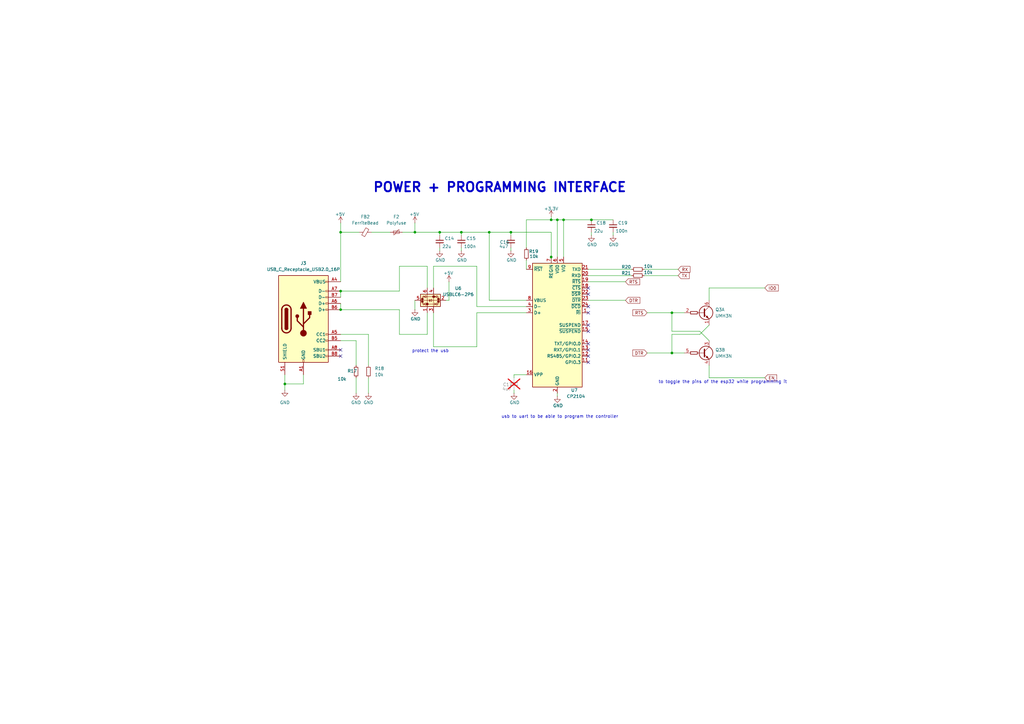
<source format=kicad_sch>
(kicad_sch (version 20231120) (generator "eeschema") (generator_version "8.0")
  (paper "A3")
  (lib_symbols
    (symbol "Connector:USB_C_Receptacle_USB2.0_16P" (pin_names (offset 1.016))
      (property "Reference" "J1" (at 0 22.86 0))
      (property "Value" "USB_C_Receptacle_USB2.0_16P" (at 0 20.32 0))
      (symbol "USB_C_Receptacle_USB2.0_16P_0_0"
        (rectangle (start -0.254 -17.78) (end 0.254 -16.764))
        (rectangle (start 10.16 -14.986) (end 9.144 -15.494))
        (rectangle (start 10.16 -12.446) (end 9.144 -12.954))
        (rectangle (start 10.16 -8.636) (end 9.144 -9.144))
        (rectangle (start 10.16 -6.096) (end 9.144 -6.604))
        (rectangle (start 10.16 4.064) (end 9.144 3.556))
        (rectangle (start 10.16 6.604) (end 9.144 6.096))
        (rectangle (start 10.16 9.144) (end 9.144 8.636))
        (rectangle (start 10.16 11.684) (end 9.144 11.176))
        (rectangle (start 10.16 15.494) (end 9.144 14.986))
      )
      (symbol "USB_C_Receptacle_USB2.0_16P_0_1"
        (rectangle (start -10.16 17.78) (end 10.16 -17.78) (stroke (width 0.254)) (fill (type background)))
        (arc (start -8.89 -3.81) (mid -6.985 -5.7067) (end -5.08 -3.81) (stroke (width 0.508)))
        (arc (start -7.62 -3.81) (mid -6.985 -4.4423) (end -6.35 -3.81) (stroke (width 0.254)))
        (arc (start -7.62 -3.81) (mid -6.985 -4.4423) (end -6.35 -3.81) (stroke (width 0.254)) (fill (type outline)))
        (rectangle (start -7.62 -3.81) (end -6.35 3.81) (stroke (width 0.254)) (fill (type outline)))
        (arc (start -6.35 3.81) (mid -6.985 4.4423) (end -7.62 3.81) (stroke (width 0.254)))
        (arc (start -6.35 3.81) (mid -6.985 4.4423) (end -7.62 3.81) (stroke (width 0.254)) (fill (type outline)))
        (arc (start -5.08 3.81) (mid -6.985 5.7067) (end -8.89 3.81) (stroke (width 0.508)))
        (circle (center -2.54 1.143) (radius 0.635) (stroke (width 0.254)) (fill (type outline)))
        (circle (center 0 -5.842) (radius 1.27) (fill (type outline)))
        (polyline (pts (xy -8.89 -3.81) (xy -8.89 3.81)) (stroke (width 0.508)))
        (polyline (pts (xy -5.08 3.81) (xy -5.08 -3.81)) (stroke (width 0.508)))
        (polyline (pts (xy 0 -5.842) (xy 0 4.318)) (stroke (width 0.508)))
        (polyline (pts (xy 0 -3.302) (xy -2.54 -0.762) (xy -2.54 0.508)) (stroke (width 0.508)))
        (polyline (pts (xy 0 -2.032) (xy 2.54 0.508) (xy 2.54 1.778)) (stroke (width 0.508)))
        (polyline (pts (xy -1.27 4.318) (xy 0 6.858) (xy 1.27 4.318) (xy -1.27 4.318)) (stroke (width 0.254)) (fill (type outline)))
        (rectangle (start 1.905 1.778) (end 3.175 3.048) (stroke (width 0.254)) (fill (type outline)))
      )
      (symbol "USB_C_Receptacle_USB2.0_16P_1_1"
        (pin passive line (at 0 -22.86 90) (length 5.08) (name "GND") (number "A1"))
        (pin passive line (at 0 -22.86 90) (length 5.08) hide (name "GND") (number "A12"))
        (pin passive line (at 15.24 15.24 180) (length 5.08) (name "VBUS") (number "A4"))
        (pin bidirectional line (at 15.24 -6.35 180) (length 5.08) (name "CC1") (number "A5"))
        (pin bidirectional line (at 15.24 6.35 180) (length 5.08) (name "D+") (number "A6"))
        (pin bidirectional line (at 15.24 11.43 180) (length 5.08) (name "D-") (number "A7"))
        (pin bidirectional line (at 15.24 -12.7 180) (length 5.08) (name "SBU1") (number "A8"))
        (pin passive line (at 15.24 15.24 180) (length 5.08) hide (name "VBUS") (number "A9"))
        (pin passive line (at 0 -22.86 90) (length 5.08) hide (name "GND") (number "B1"))
        (pin passive line (at 0 -22.86 90) (length 5.08) hide (name "GND") (number "B12"))
        (pin passive line (at 15.24 15.24 180) (length 5.08) hide (name "VBUS") (number "B4"))
        (pin bidirectional line (at 15.24 -8.89 180) (length 5.08) (name "CC2") (number "B5"))
        (pin bidirectional line (at 15.24 3.81 180) (length 5.08) (name "D+") (number "B6"))
        (pin bidirectional line (at 15.24 8.89 180) (length 5.08) (name "D-") (number "B7"))
        (pin bidirectional line (at 15.24 -15.24 180) (length 5.08) (name "SBU2") (number "B8"))
        (pin passive line (at 15.24 15.24 180) (length 5.08) hide (name "VBUS") (number "B9"))
        (pin passive line (at -7.62 -22.86 90) (length 5.08) (name "SHIELD") (number "S1"))
      )
    )
    (symbol "Device:C_Small" (pin_numbers hide) (pin_names (offset 0.254) hide)
      (property "Reference" "C" (at 0.254 1.778 0))
      (property "Value" "C_Small" (at 0.254 -2.032 0))
      (symbol "C_Small_0_1"
        (polyline (pts (xy -1.524 -0.508) (xy 1.524 -0.508)) (stroke (width 0.3302)))
        (polyline (pts (xy -1.524 0.508) (xy 1.524 0.508)) (stroke (width 0.3048)))
      )
      (symbol "C_Small_1_1"
        (pin passive line (at 0 2.54 270) (length 2.032) (name "~") (number "1"))
        (pin passive line (at 0 -2.54 90) (length 2.032) (name "~") (number "2"))
      )
    )
    (symbol "Device:FerriteBead_Small" (pin_numbers hide) (pin_names (offset 0))
      (property "Reference" "FB" (at 1.905 1.27 0))
      (property "Value" "FerriteBead_Small" (at 1.905 -1.27 0))
      (symbol "FerriteBead_Small_0_1"
        (polyline (pts (xy 0 -1.27) (xy 0 -0.7874)))
        (polyline (pts (xy 0 0.889) (xy 0 1.2954)))
        (polyline (pts (xy -1.8288 0.2794) (xy -1.1176 1.4986) (xy 1.8288 -0.2032) (xy 1.1176 -1.4224) (xy -1.8288 0.2794)))
      )
      (symbol "FerriteBead_Small_1_1"
        (pin passive line (at 0 2.54 270) (length 1.27) (name "~") (number "1"))
        (pin passive line (at 0 -2.54 90) (length 1.27) (name "~") (number "2"))
      )
    )
    (symbol "Device:Polyfuse_Small" (pin_numbers hide) (pin_names (offset 0))
      (property "Reference" "F" (at -1.905 0 90))
      (property "Value" "Polyfuse_Small" (at 1.905 0 90))
      (symbol "Polyfuse_Small_0_1"
        (rectangle (start -0.508 1.27) (end 0.508 -1.27))
        (polyline (pts (xy 0 2.54) (xy 0 -2.54)))
        (polyline (pts (xy -1.016 1.27) (xy -1.016 0.762) (xy 1.016 -0.762) (xy 1.016 -1.27)))
      )
      (symbol "Polyfuse_Small_1_1"
        (pin passive line (at 0 2.54 270) (length 0.635) (name "~") (number "1"))
        (pin passive line (at 0 -2.54 90) (length 0.635) (name "~") (number "2"))
      )
    )
    (symbol "Device:R_Small" (pin_numbers hide) (pin_names (offset 0.254) hide)
      (property "Reference" "R" (at 0.762 0.508 0))
      (property "Value" "R_Small" (at 0.762 -1.016 0))
      (symbol "R_Small_0_1"
        (rectangle (start -0.762 1.778) (end 0.762 -1.778) (stroke (width 0.2032)))
      )
      (symbol "R_Small_1_1"
        (pin passive line (at 0 2.54 270) (length 0.762) (name "~") (number "1"))
        (pin passive line (at 0 -2.54 90) (length 0.762) (name "~") (number "2"))
      )
    )
    (symbol "Interface_USB:CP2104"
      (property "Reference" "U" (at -5.08 28.575 0))
      (property "Value" "CP2104" (at -5.08 26.67 0))
      (symbol "CP2104_1_1"
        (rectangle (start -10.16 25.4) (end 10.16 -25.4) (stroke (width 0.254)) (fill (type background)))
        (pin input line (at 12.7 5.08 180) (length 2.54) (name "~{RI}") (number "1"))
        (pin no_connect line (at 10.16 -20.32 180) (length 2.54) hide (name "NC") (number "10"))
        (pin bidirectional line (at 12.7 -15.24 180) (length 2.54) (name "GPIO.3") (number "11"))
        (pin bidirectional line (at 12.7 -12.7 180) (length 2.54) (name "RS485/GPIO.2") (number "12"))
        (pin bidirectional line (at 12.7 -10.16 180) (length 2.54) (name "RXT/GPIO.1") (number "13"))
        (pin bidirectional line (at 12.7 -7.62 180) (length 2.54) (name "TXT/GPIO.0") (number "14"))
        (pin output line (at 12.7 -2.54 180) (length 2.54) (name "~{SUSPEND}") (number "15"))
        (pin passive line (at -12.7 -20.32 0) (length 2.54) (name "VPP") (number "16"))
        (pin output line (at 12.7 0 180) (length 2.54) (name "SUSPEND") (number "17"))
        (pin input line (at 12.7 15.24 180) (length 2.54) (name "~{CTS}") (number "18"))
        (pin output line (at 12.7 17.78 180) (length 2.54) (name "~{RTS}") (number "19"))
        (pin power_in line (at 0 -27.94 90) (length 2.54) (name "GND") (number "2"))
        (pin input line (at 12.7 20.32 180) (length 2.54) (name "RXD") (number "20"))
        (pin output line (at 12.7 22.86 180) (length 2.54) (name "TXD") (number "21"))
        (pin input line (at 12.7 12.7 180) (length 2.54) (name "~{DSR}") (number "22"))
        (pin output line (at 12.7 10.16 180) (length 2.54) (name "~{DTR}") (number "23"))
        (pin input line (at 12.7 7.62 180) (length 2.54) (name "~{DCD}") (number "24"))
        (pin passive line (at 0 -27.94 90) (length 2.54) hide (name "GND") (number "25"))
        (pin bidirectional line (at -12.7 5.08 0) (length 2.54) (name "D+") (number "3"))
        (pin bidirectional line (at -12.7 7.62 0) (length 2.54) (name "D-") (number "4"))
        (pin power_in line (at 2.54 27.94 270) (length 2.54) (name "VIO") (number "5"))
        (pin power_in line (at 0 27.94 270) (length 2.54) (name "VDD") (number "6"))
        (pin power_in line (at -2.54 27.94 270) (length 2.54) (name "REGIN") (number "7"))
        (pin input line (at -12.7 10.16 0) (length 2.54) (name "VBUS") (number "8"))
        (pin bidirectional line (at -12.7 22.86 0) (length 2.54) (name "~{RST}") (number "9"))
      )
    )
    (symbol "Power_Protection:USBLC6-2P6" (pin_names hide)
      (property "Reference" "U" (at 0.635 5.715 0))
      (property "Value" "USBLC6-2P6" (at 0.635 3.81 0))
      (symbol "USBLC6-2P6_0_0"
        (circle (center -1.524 0) (radius 0.0001) (stroke (width 0.508)))
        (circle (center -0.508 -4.572) (radius 0.0001) (stroke (width 0.508)))
        (circle (center -0.508 2.032) (radius 0.0001) (stroke (width 0.508)))
        (circle (center 0.508 -4.572) (radius 0.0001) (stroke (width 0.508)))
        (circle (center 0.508 2.032) (radius 0.0001) (stroke (width 0.508)))
        (circle (center 1.524 -2.54) (radius 0.0001) (stroke (width 0.508)))
      )
      (symbol "USBLC6-2P6_0_1"
        (polyline (pts (xy -2.54 -2.54) (xy 2.54 -2.54)))
        (polyline (pts (xy -2.54 0) (xy 2.54 0)))
        (polyline (pts (xy -2.032 -3.048) (xy -1.016 -3.048)))
        (polyline (pts (xy -1.016 1.524) (xy -2.032 1.524)))
        (polyline (pts (xy 1.016 -3.048) (xy 2.032 -3.048)))
        (polyline (pts (xy 1.016 1.524) (xy 2.032 1.524)))
        (polyline (pts (xy -0.508 -1.143) (xy -0.508 -0.762) (xy 0.508 -0.762)))
        (polyline (pts (xy -2.032 0.508) (xy -1.016 0.508) (xy -1.524 1.524) (xy -2.032 0.508)))
        (polyline (pts (xy -1.016 -4.064) (xy -2.032 -4.064) (xy -1.524 -3.048) (xy -1.016 -4.064)))
        (polyline (pts (xy 0.508 -1.778) (xy -0.508 -1.778) (xy 0 -0.762) (xy 0.508 -1.778)))
        (polyline (pts (xy 2.032 -4.064) (xy 1.016 -4.064) (xy 1.524 -3.048) (xy 2.032 -4.064)))
        (polyline (pts (xy 2.032 0.508) (xy 1.016 0.508) (xy 1.524 1.524) (xy 2.032 0.508)))
        (polyline (pts (xy 0 2.54) (xy -0.508 2.032) (xy 0.508 2.032) (xy 0 1.524) (xy 0 -4.064) (xy -0.508 -4.572) (xy 0.508 -4.572) (xy 0 -5.08)))
      )
      (symbol "USBLC6-2P6_1_1"
        (rectangle (start -2.54 2.794) (end 2.54 -5.334) (stroke (width 0.254)) (fill (type background)))
        (polyline (pts (xy -0.508 2.032) (xy -1.524 2.032) (xy -1.524 -4.572) (xy -0.508 -4.572)))
        (polyline (pts (xy 0.508 -4.572) (xy 1.524 -4.572) (xy 1.524 2.032) (xy 0.508 2.032)))
        (pin passive line (at -5.08 0 0) (length 2.54) (name "I/O1") (number "1"))
        (pin passive line (at 0 -7.62 90) (length 2.54) (name "GND") (number "2"))
        (pin passive line (at -5.08 -2.54 0) (length 2.54) (name "I/O2") (number "3"))
        (pin passive line (at 5.08 -2.54 180) (length 2.54) (name "I/O2") (number "4"))
        (pin passive line (at 0 5.08 270) (length 2.54) (name "VBUS") (number "5"))
        (pin passive line (at 5.08 0 180) (length 2.54) (name "I/O1") (number "6"))
      )
    )
    (symbol "Transistor_BJT:UMH3N" (pin_names hide)
      (property "Reference" "Q" (at 7.62 1.27 0))
      (property "Value" "UMH3N" (at 7.62 -1.27 0))
      (symbol "UMH3N_0_1"
        (polyline (pts (xy 3.175 0) (xy 0.254 0)))
        (polyline (pts (xy 3.175 0.635) (xy 5.08 2.54)))
        (polyline (pts (xy 3.175 1.524) (xy 3.175 -1.524)) (stroke (width 0.508)))
        (polyline (pts (xy 3.175 -0.635) (xy 5.08 -2.54) (xy 5.08 -2.54)))
        (polyline (pts (xy 3.81 -1.778) (xy 4.318 -1.27) (xy 4.826 -2.286) (xy 3.81 -1.778) (xy 3.81 -1.778)) (fill (type outline)))
        (rectangle (start 0.254 0.508) (end -2.54 -0.508) (stroke (width 0.254)))
        (circle (center 3.81 0) (radius 2.8194) (stroke (width 0.254)))
      )
      (symbol "UMH3N_1_1"
        (pin passive line (at 5.08 -5.08 90) (length 2.54) (name "E1") (number "1"))
        (pin input line (at -5.08 0 0) (length 2.54) (name "B1") (number "2"))
        (pin passive line (at 5.08 5.08 270) (length 2.54) (name "C1") (number "6"))
      )
      (symbol "UMH3N_2_1"
        (pin passive line (at 5.08 5.08 270) (length 2.54) (name "C2") (number "3"))
        (pin passive line (at 5.08 -5.08 90) (length 2.54) (name "E2") (number "4"))
        (pin input line (at -5.08 0 0) (length 2.54) (name "B2") (number "5"))
      )
    )
    (symbol "power:+3.3V" (power) (pin_numbers hide) (pin_names (offset 0) hide)
      (property "Value" "+3.3V" (at 0 3.556 0))
      (symbol "+3.3V_0_1"
        (polyline (pts (xy -0.762 1.27) (xy 0 2.54)))
        (polyline (pts (xy 0 0) (xy 0 2.54)))
        (polyline (pts (xy 0 2.54) (xy 0.762 1.27)))
      )
      (symbol "+3.3V_1_1"
        (pin power_in line (at 0 0 90) (length 0) (name "~") (number "1"))
      )
    )
    (symbol "power:+5V" (power) (pin_numbers hide) (pin_names (offset 0) hide)
      (property "Value" "+5V" (at 0 3.556 0))
      (symbol "+5V_0_1"
        (polyline (pts (xy -0.762 1.27) (xy 0 2.54)))
        (polyline (pts (xy 0 0) (xy 0 2.54)))
        (polyline (pts (xy 0 2.54) (xy 0.762 1.27)))
      )
      (symbol "+5V_1_1"
        (pin power_in line (at 0 0 90) (length 0) (name "~") (number "1"))
      )
    )
    (symbol "power:+5VP" (power) (pin_numbers hide) (pin_names (offset 0) hide)
      (property "Value" "+5VP" (at 0 3.556 0))
      (symbol "+5VP_0_1"
        (polyline (pts (xy -0.762 1.27) (xy 0 2.54)))
        (polyline (pts (xy 0 0) (xy 0 2.54)))
        (polyline (pts (xy 0 2.54) (xy 0.762 1.27)))
      )
      (symbol "+5VP_1_1"
        (pin power_in line (at 0 0 90) (length 0) (name "~") (number "1"))
      )
    )
    (symbol "power:GND" (power) (pin_numbers hide) (pin_names (offset 0) hide)
      (property "Value" "GND" (at 0 -3.81 0))
      (symbol "GND_0_1"
        (polyline (pts (xy 0 0) (xy 0 -1.27) (xy 1.27 -1.27) (xy 0 -2.54) (xy -1.27 -1.27) (xy 0 -1.27)))
      )
      (symbol "GND_1_1"
        (pin power_in line (at 0 0 270) (length 0) (name "~") (number "1"))
      )
    )
  )
  (junction (at 170.18 95.25))
  (junction (at 228.6 90.17))
  (junction (at 139.7 127))
  (junction (at 275.59 128.27))
  (junction (at 242.57 90.17))
  (junction (at 139.7 95.25))
  (junction (at 231.14 90.17))
  (junction (at 200.66 95.25))
  (junction (at 209.55 95.25))
  (junction (at 226.06 105.41))
  (junction (at 180.34 95.25))
  (junction (at 139.7 119.38))
  (junction (at 189.23 95.25))
  (junction (at 116.84 157.48))
  (junction (at 226.06 90.17))
  (junction (at 275.59 144.78))
  (no_connect (at 241.3 118.11))
  (no_connect (at 241.3 148.59))
  (no_connect (at 241.3 146.05))
  (no_connect (at 241.3 143.51))
  (no_connect (at 139.7 146.05))
  (no_connect (at 241.3 135.89))
  (no_connect (at 241.3 140.97))
  (no_connect (at 139.7 143.51))
  (no_connect (at 241.3 133.35))
  (no_connect (at 241.3 125.73))
  (no_connect (at 241.3 128.27))
  (no_connect (at 241.3 120.65))
  (wire (pts (xy 200.66 95.25) (xy 189.23 95.25)))
  (wire (pts (xy 139.7 121.92) (xy 139.7 119.38)))
  (wire (pts (xy 170.18 95.25) (xy 170.18 91.44)))
  (wire (pts (xy 290.83 123.19) (xy 290.83 118.11)))
  (wire (pts (xy 124.46 157.48) (xy 116.84 157.48)))
  (wire (pts (xy 265.43 144.78) (xy 275.59 144.78)))
  (wire (pts (xy 241.3 113.03) (xy 259.08 113.03)))
  (wire (pts (xy 275.59 135.89) (xy 275.59 128.27)))
  (wire (pts (xy 139.7 95.25) (xy 139.7 115.57)))
  (wire (pts (xy 177.8 128.27) (xy 177.8 142.24)))
  (wire (pts (xy 116.84 153.67) (xy 116.84 157.48)))
  (wire (pts (xy 290.83 154.94) (xy 313.69 154.94)))
  (wire (pts (xy 151.13 154.94) (xy 151.13 161.29)))
  (wire (pts (xy 226.06 90.17) (xy 228.6 90.17)))
  (wire (pts (xy 163.83 127) (xy 139.7 127)))
  (wire (pts (xy 210.82 154.94) (xy 210.82 153.67)))
  (wire (pts (xy 180.34 96.52) (xy 180.34 95.25)))
  (wire (pts (xy 177.8 109.22) (xy 195.58 109.22)))
  (wire (pts (xy 226.06 88.9) (xy 226.06 90.17)))
  (wire (pts (xy 231.14 90.17) (xy 242.57 90.17)))
  (wire (pts (xy 146.05 139.7) (xy 146.05 149.86)))
  (wire (pts (xy 226.06 105.41) (xy 226.06 95.25)))
  (wire (pts (xy 215.9 110.49) (xy 215.9 106.68)))
  (wire (pts (xy 189.23 95.25) (xy 180.34 95.25)))
  (wire (pts (xy 241.3 123.19) (xy 256.54 123.19)))
  (wire (pts (xy 287.02 135.89) (xy 275.59 135.89)))
  (wire (pts (xy 177.8 118.11) (xy 177.8 109.22)))
  (wire (pts (xy 189.23 102.87) (xy 189.23 101.6)))
  (wire (pts (xy 175.26 118.11) (xy 175.26 109.22)))
  (wire (pts (xy 170.18 123.19) (xy 170.18 127)))
  (wire (pts (xy 184.15 115.57) (xy 184.15 123.19)))
  (wire (pts (xy 265.43 128.27) (xy 275.59 128.27)))
  (wire (pts (xy 275.59 137.16) (xy 275.59 144.78)))
  (wire (pts (xy 290.83 139.7) (xy 287.02 135.89)))
  (wire (pts (xy 290.83 154.94) (xy 290.83 149.86)))
  (wire (pts (xy 264.16 110.49) (xy 278.13 110.49)))
  (wire (pts (xy 124.46 153.67) (xy 124.46 157.48)))
  (wire (pts (xy 184.15 123.19) (xy 182.88 123.19)))
  (wire (pts (xy 165.1 95.25) (xy 170.18 95.25)))
  (wire (pts (xy 228.6 162.56) (xy 228.6 161.29)))
  (wire (pts (xy 177.8 142.24) (xy 195.58 142.24)))
  (wire (pts (xy 215.9 123.19) (xy 200.66 123.19)))
  (wire (pts (xy 139.7 124.46) (xy 139.7 127)))
  (wire (pts (xy 264.16 113.03) (xy 278.13 113.03)))
  (wire (pts (xy 209.55 102.87) (xy 209.55 101.6)))
  (wire (pts (xy 210.82 153.67) (xy 215.9 153.67)))
  (wire (pts (xy 242.57 96.52) (xy 242.57 95.25)))
  (wire (pts (xy 215.9 90.17) (xy 226.06 90.17)))
  (wire (pts (xy 228.6 90.17) (xy 231.14 90.17)))
  (wire (pts (xy 195.58 142.24) (xy 195.58 128.27)))
  (wire (pts (xy 146.05 154.94) (xy 146.05 161.29)))
  (wire (pts (xy 251.46 96.52) (xy 251.46 95.25)))
  (wire (pts (xy 287.02 137.16) (xy 290.83 133.35)))
  (wire (pts (xy 163.83 119.38) (xy 139.7 119.38)))
  (wire (pts (xy 163.83 137.16) (xy 163.83 127)))
  (wire (pts (xy 152.4 95.25) (xy 160.02 95.25)))
  (wire (pts (xy 209.55 95.25) (xy 200.66 95.25)))
  (wire (pts (xy 175.26 109.22) (xy 163.83 109.22)))
  (wire (pts (xy 116.84 157.48) (xy 116.84 160.02)))
  (wire (pts (xy 209.55 96.52) (xy 209.55 95.25)))
  (wire (pts (xy 241.3 110.49) (xy 259.08 110.49)))
  (wire (pts (xy 147.32 95.25) (xy 139.7 95.25)))
  (wire (pts (xy 226.06 106.68) (xy 226.06 105.41)))
  (wire (pts (xy 151.13 137.16) (xy 151.13 149.86)))
  (wire (pts (xy 210.82 161.29) (xy 210.82 160.02)))
  (wire (pts (xy 139.7 139.7) (xy 146.05 139.7)))
  (wire (pts (xy 290.83 118.11) (xy 313.69 118.11)))
  (wire (pts (xy 163.83 109.22) (xy 163.83 119.38)))
  (wire (pts (xy 139.7 137.16) (xy 151.13 137.16)))
  (wire (pts (xy 175.26 137.16) (xy 163.83 137.16)))
  (wire (pts (xy 231.14 90.17) (xy 231.14 105.41)))
  (wire (pts (xy 200.66 123.19) (xy 200.66 95.25)))
  (wire (pts (xy 195.58 128.27) (xy 215.9 128.27)))
  (wire (pts (xy 275.59 137.16) (xy 287.02 137.16)))
  (wire (pts (xy 139.7 91.44) (xy 139.7 95.25)))
  (wire (pts (xy 175.26 128.27) (xy 175.26 137.16)))
  (wire (pts (xy 195.58 109.22) (xy 195.58 125.73)))
  (wire (pts (xy 189.23 96.52) (xy 189.23 95.25)))
  (wire (pts (xy 242.57 90.17) (xy 251.46 90.17)))
  (wire (pts (xy 180.34 95.25) (xy 170.18 95.25)))
  (wire (pts (xy 241.3 115.57) (xy 256.54 115.57)))
  (wire (pts (xy 215.9 101.6) (xy 215.9 90.17)))
  (wire (pts (xy 195.58 125.73) (xy 215.9 125.73)))
  (wire (pts (xy 275.59 128.27) (xy 280.67 128.27)))
  (wire (pts (xy 275.59 144.78) (xy 280.67 144.78)))
  (wire (pts (xy 180.34 102.87) (xy 180.34 101.6)))
  (wire (pts (xy 226.06 95.25) (xy 209.55 95.25)))
  (wire (pts (xy 228.6 105.41) (xy 228.6 90.17)))
  (text "usb to uart to be able to program the controller\n" (at 229.616 170.942 0) (effects (font (size 1.27 1.27))))
  (text "to toggle the pins of the esp32 while programming it " (at 296.926 156.718 0) (effects (font (size 1.27 1.27))))
  (text "protect the usb" (at 176.53 144.018 0) (effects (font (size 1.27 1.27))))
  (text "POWER + PROGRAMMING INTERFACE\n" (at 204.978 76.962 0) (effects (font (size 3.81 3.81) (thickness 0.762) (bold yes))))
  (global_label "DTR" (shape input) (at 256.54 123.19 0) (property "Intersheetrefs" "${INTERSHEET_REFS}" (effects (hide yes))))
  (global_label "RX" (shape input) (at 278.13 110.49 0) (property "Intersheetrefs" "${INTERSHEET_REFS}" (effects (hide yes))))
  (global_label "EN" (shape input) (at 313.69 154.94 0) (property "Intersheetrefs" "${INTERSHEET_REFS}" (effects (hide yes))))
  (global_label "TX" (shape input) (at 278.13 113.03 0) (property "Intersheetrefs" "${INTERSHEET_REFS}" (effects (hide yes))))
  (global_label "DTR" (shape input) (at 265.43 144.78 180) (property "Intersheetrefs" "${INTERSHEET_REFS}" (effects (hide yes))))
  (global_label "RTS" (shape input) (at 256.54 115.57 0) (property "Intersheetrefs" "${INTERSHEET_REFS}" (effects (hide yes))))
  (global_label "IO0" (shape input) (at 313.69 118.11 0) (property "Intersheetrefs" "${INTERSHEET_REFS}" (effects (hide yes))))
  (global_label "RTS" (shape input) (at 265.43 128.27 180) (property "Intersheetrefs" "${INTERSHEET_REFS}" (effects (hide yes))))
  (symbol (lib_id "Connector:USB_C_Receptacle_USB2.0_16P") (at 124.46 130.81 0) (unit 1)
    (property "Reference" "J3" (at 124.46 107.95 0))
    (property "Value" "USB_C_Receptacle_USB2.0_16P" (at 124.46 110.49 0))
    (property "Footprint" "Connector_USB:USB_C_Receptacle_HRO_TYPE-C-31-M-12" (effects (hide yes)))
    (property "Datasheet" "https://www.usb.org/sites/default/files/documents/usb_type-c.zip" (effects (hide yes)))
    (property "Description" "USB 2.0-only 16P Type-C Receptacle connector" (effects (hide yes)))
  )
  (symbol (lib_id "Device:Polyfuse_Small") (at 162.56 95.25 90) (unit 1)
    (property "Reference" "F2" (at 162.56 88.9 90))
    (property "Value" "Polyfuse" (at 162.56 91.44 90))
    (property "Footprint" "Fuse:Fuse_Bourns_MF-RG500" (effects (hide yes)))
    (property "Description" "Resettable fuse, polymeric positive temperature coefficient, small symbol" (effects (hide yes)))
  )
  (symbol (lib_id "Device:C_Small") (at 210.82 157.48 0) (unit 1) (in_bom no) (dnp yes)
    (property "Reference" "C17" (at 206.248 157.734 0) (effects (justify left)))
    (property "Value" "4u7" (at 205.994 159.512 0) (effects (justify left)))
    (property "Footprint" "Capacitor_SMD:C_01005_0402Metric_Pad0.57x0.30mm_HandSolder" (effects (hide yes)))
    (property "Description" "Unpolarized capacitor, small symbol" (effects (hide yes)))
  )
  (symbol (lib_id "power:+5V") (at 170.18 91.44 0) (unit 1)
    (property "Reference" "#PWR055" (effects (hide yes)))
    (property "Value" "+5V" (at 169.926 87.884 0))
    (property "Description" "Power symbol creates a global label with name \"+5V\"" (effects (hide yes)))
  )
  (symbol (lib_id "Device:FerriteBead_Small") (at 149.86 95.25 90) (unit 1)
    (property "Reference" "FB2" (at 149.8219 88.9 90))
    (property "Value" "FerriteBead" (at 149.8219 91.44 90))
    (property "Footprint" "Inductor_SMD:L_0603_1608Metric_Pad1.05x0.95mm_HandSolder" (effects (hide yes)))
    (property "Description" "Ferrite bead, small symbol" (effects (hide yes)))
  )
  (symbol (lib_id "power:GND") (at 242.57 96.52 0) (unit 1)
    (property "Reference" "#PWR064" (effects (hide yes)))
    (property "Value" "GND" (at 242.824 100.33 0))
    (property "Description" "Power symbol creates a global label with name \"GND\" , ground" (effects (hide yes)))
  )
  (symbol (lib_id "Device:C_Small") (at 180.34 99.06 0) (unit 1)
    (property "Reference" "C14" (at 182.372 97.79 0) (effects (justify left)))
    (property "Value" "22u" (at 181.356 101.092 0) (effects (justify left)))
    (property "Footprint" "Capacitor_SMD:C_01005_0402Metric_Pad0.57x0.30mm_HandSolder" (effects (hide yes)))
    (property "Description" "Unpolarized capacitor, small symbol" (effects (hide yes)))
  )
  (symbol (lib_id "Interface_USB:CP2104") (at 228.6 133.35 0) (unit 1)
    (property "Reference" "U7" (at 234.188 160.02 0) (effects (justify left)))
    (property "Value" "CP2104" (at 232.41 162.56 0) (effects (justify left)))
    (property "Footprint" "Package_DFN_QFN:QFN-24-1EP_4x4mm_P0.5mm_EP2.6x2.6mm" (effects (hide yes)))
    (property "Datasheet" "https://www.silabs.com/documents/public/data-sheets/cp2104.pdf" (effects (hide yes)))
    (property "Description" "Single-Chip USB-to-UART Bridge, USB 2.0 Full-Speed, 2Mbps UART, QFN-24" (effects (hide yes)))
  )
  (symbol (lib_id "power:GND") (at 228.6 162.56 0) (unit 1)
    (property "Reference" "#PWR063" (effects (hide yes)))
    (property "Value" "GND" (at 228.854 166.37 0))
    (property "Description" "Power symbol creates a global label with name \"GND\" , ground" (effects (hide yes)))
  )
  (symbol (lib_id "Device:R_Small") (at 146.05 152.4 0) (unit 1)
    (property "Reference" "R17" (at 142.494 152.146 0) (effects (justify left)))
    (property "Value" "10k" (at 138.43 155.448 0) (effects (justify left)))
    (property "Footprint" "Resistor_SMD:R_01005_0402Metric_Pad0.57x0.30mm_HandSolder" (effects (hide yes)))
    (property "Description" "Resistor, small symbol" (effects (hide yes)))
  )
  (symbol (lib_id "power:+3.3V") (at 226.06 88.9 0) (unit 1)
    (property "Reference" "#PWR062" (effects (hide yes)))
    (property "Value" "+3.3V" (at 226.06 85.598 0))
    (property "Description" "Power symbol creates a global label with name \"+3.3V\"" (effects (hide yes)))
  )
  (symbol (lib_id "power:GND") (at 170.18 127 0) (unit 1)
    (property "Reference" "#PWR056" (effects (hide yes)))
    (property "Value" "GND" (at 170.434 130.81 0))
    (property "Description" "Power symbol creates a global label with name \"GND\" , ground" (effects (hide yes)))
  )
  (symbol (lib_id "power:+5VP") (at 139.7 91.44 0) (unit 1)
    (property "Reference" "#PWR052" (effects (hide yes)))
    (property "Value" "+5V" (at 139.446 87.884 0))
    (property "Description" "Power symbol creates a global label with name \"+5VP\"" (effects (hide yes)))
  )
  (symbol (lib_id "power:GND") (at 210.82 161.29 0) (unit 1)
    (property "Reference" "#PWR061" (effects (hide yes)))
    (property "Value" "GND" (at 211.074 165.1 0))
    (property "Description" "Power symbol creates a global label with name \"GND\" , ground" (effects (hide yes)))
  )
  (symbol (lib_id "Device:R_Small") (at 261.62 110.49 90) (unit 1)
    (property "Reference" "R20" (at 258.826 109.474 90) (effects (justify left)))
    (property "Value" "10k" (at 267.716 109.22 90) (effects (justify left)))
    (property "Footprint" "Resistor_SMD:R_01005_0402Metric_Pad0.57x0.30mm_HandSolder" (effects (hide yes)))
    (property "Description" "Resistor, small symbol" (effects (hide yes)))
  )
  (symbol (lib_id "power:GND") (at 209.55 102.87 0) (unit 1)
    (property "Reference" "#PWR060" (effects (hide yes)))
    (property "Value" "GND" (at 209.804 106.68 0))
    (property "Description" "Power symbol creates a global label with name \"GND\" , ground" (effects (hide yes)))
  )
  (symbol (lib_id "power:GND") (at 151.13 161.29 0) (unit 1)
    (property "Reference" "#PWR054" (effects (hide yes)))
    (property "Value" "GND" (at 151.13 165.1 0))
    (property "Description" "Power symbol creates a global label with name \"GND\" , ground" (effects (hide yes)))
  )
  (symbol (lib_id "Transistor_BJT:UMH3N") (at 285.75 128.27 0) (unit 1)
    (property "Reference" "Q3" (at 293.37 126.9999 0) (effects (justify left)))
    (property "Value" "UMH3N" (at 293.37 129.5399 0) (effects (justify left)))
    (property "Footprint" "Package_TO_SOT_SMD:SOT-363_SC-70-6" (effects (hide yes)))
    (property "Datasheet" "http://rohmfs.rohm.com/en/products/databook/datasheet/discrete/transistor/digital/emh3t2r-e.pdf" (effects (hide yes)))
    (property "Description" "0.1A Ic, 50V Vce, Dual NPN Input Resistor Transistors, SOT-363" (effects (hide yes)))
  )
  (symbol (lib_id "Power_Protection:USBLC6-2P6") (at 175.26 123.19 90) (unit 1)
    (property "Reference" "U6" (at 187.96 118.2368 90))
    (property "Value" "USBLC6-2P6" (at 187.96 120.7768 90))
    (property "Footprint" "Package_TO_SOT_SMD:SOT-666" (effects (hide yes)))
    (property "Datasheet" "https://www.st.com/resource/en/datasheet/usblc6-2.pdf" (effects (hide yes)))
    (property "Description" "Very low capacitance ESD protection diode, 2 data-line, SOT-666" (effects (hide yes)))
  )
  (symbol (lib_id "power:GND") (at 251.46 96.52 0) (unit 1)
    (property "Reference" "#PWR065" (effects (hide yes)))
    (property "Value" "GND" (at 251.714 100.33 0))
    (property "Description" "Power symbol creates a global label with name \"GND\" , ground" (effects (hide yes)))
  )
  (symbol (lib_id "Device:C_Small") (at 251.46 92.71 0) (unit 1)
    (property "Reference" "C19" (at 253.492 91.44 0) (effects (justify left)))
    (property "Value" "100n" (at 252.476 94.742 0) (effects (justify left)))
    (property "Footprint" "Capacitor_SMD:C_0201_0603Metric_Pad0.64x0.40mm_HandSolder" (effects (hide yes)))
    (property "Description" "Unpolarized capacitor, small symbol" (effects (hide yes)))
  )
  (symbol (lib_id "power:GND") (at 116.84 160.02 0) (unit 1)
    (property "Reference" "#PWR051" (effects (hide yes)))
    (property "Value" "GND" (at 116.84 165.1 0))
    (property "Description" "Power symbol creates a global label with name \"GND\" , ground" (effects (hide yes)))
  )
  (symbol (lib_id "power:GND") (at 189.23 102.87 0) (unit 1)
    (property "Reference" "#PWR059" (effects (hide yes)))
    (property "Value" "GND" (at 189.484 106.68 0))
    (property "Description" "Power symbol creates a global label with name \"GND\" , ground" (effects (hide yes)))
  )
  (symbol (lib_id "Transistor_BJT:UMH3N") (at 285.75 144.78 0) (unit 2)
    (property "Reference" "Q3" (at 293.37 143.5099 0) (effects (justify left)))
    (property "Value" "UMH3N" (at 293.37 146.0499 0) (effects (justify left)))
    (property "Footprint" "Package_TO_SOT_SMD:SOT-363_SC-70-6" (effects (hide yes)))
    (property "Datasheet" "http://rohmfs.rohm.com/en/products/databook/datasheet/discrete/transistor/digital/emh3t2r-e.pdf" (effects (hide yes)))
    (property "Description" "0.1A Ic, 50V Vce, Dual NPN Input Resistor Transistors, SOT-363" (effects (hide yes)))
  )
  (symbol (lib_id "Device:C_Small") (at 189.23 99.06 0) (unit 1)
    (property "Reference" "C15" (at 191.262 97.79 0) (effects (justify left)))
    (property "Value" "100n" (at 190.246 101.092 0) (effects (justify left)))
    (property "Footprint" "Capacitor_SMD:C_0201_0603Metric_Pad0.64x0.40mm_HandSolder" (effects (hide yes)))
    (property "Description" "Unpolarized capacitor, small symbol" (effects (hide yes)))
  )
  (symbol (lib_id "Device:C_Small") (at 209.55 99.06 0) (unit 1)
    (property "Reference" "C16" (at 204.978 99.314 0) (effects (justify left)))
    (property "Value" "4u7" (at 204.724 101.092 0) (effects (justify left)))
    (property "Footprint" "Capacitor_SMD:C_0805_2012Metric_Pad1.18x1.45mm_HandSolder" (effects (hide yes)))
    (property "Description" "Unpolarized capacitor, small symbol" (effects (hide yes)))
  )
  (symbol (lib_id "Device:R_Small") (at 151.13 152.4 0) (unit 1)
    (property "Reference" "R18" (at 153.67 151.1299 0) (effects (justify left)))
    (property "Value" "10k" (at 153.67 153.6699 0) (effects (justify left)))
    (property "Footprint" "Resistor_SMD:R_01005_0402Metric_Pad0.57x0.30mm_HandSolder" (effects (hide yes)))
    (property "Description" "Resistor, small symbol" (effects (hide yes)))
  )
  (symbol (lib_id "power:GND") (at 146.05 161.29 0) (unit 1)
    (property "Reference" "#PWR053" (effects (hide yes)))
    (property "Value" "GND" (at 146.05 165.1 0))
    (property "Description" "Power symbol creates a global label with name \"GND\" , ground" (effects (hide yes)))
  )
  (symbol (lib_id "power:+5V") (at 184.15 115.57 0) (unit 1)
    (property "Reference" "#PWR058" (effects (hide yes)))
    (property "Value" "+5V" (at 183.896 112.014 0))
    (property "Description" "Power symbol creates a global label with name \"+5V\"" (effects (hide yes)))
  )
  (symbol (lib_id "Device:C_Small") (at 242.57 92.71 0) (unit 1)
    (property "Reference" "C18" (at 244.602 91.44 0) (effects (justify left)))
    (property "Value" "22u" (at 243.586 94.742 0) (effects (justify left)))
    (property "Footprint" "Capacitor_SMD:C_01005_0402Metric_Pad0.57x0.30mm_HandSolder" (effects (hide yes)))
    (property "Description" "Unpolarized capacitor, small symbol" (effects (hide yes)))
  )
  (symbol (lib_id "Device:R_Small") (at 261.62 113.03 90) (unit 1)
    (property "Reference" "R21" (at 258.826 112.014 90) (effects (justify left)))
    (property "Value" "10k" (at 267.716 111.76 90) (effects (justify left)))
    (property "Footprint" "Resistor_SMD:R_01005_0402Metric_Pad0.57x0.30mm_HandSolder" (effects (hide yes)))
    (property "Description" "Resistor, small symbol" (effects (hide yes)))
  )
  (symbol (lib_id "power:GND") (at 180.34 102.87 0) (unit 1)
    (property "Reference" "#PWR057" (effects (hide yes)))
    (property "Value" "GND" (at 180.594 106.68 0))
    (property "Description" "Power symbol creates a global label with name \"GND\" , ground" (effects (hide yes)))
  )
  (symbol (lib_id "Device:R_Small") (at 215.9 104.14 0) (unit 1)
    (property "Reference" "R19" (at 216.916 103.124 0) (effects (justify left)))
    (property "Value" "10k" (at 217.17 105.156 0) (effects (justify left)))
    (property "Footprint" "Resistor_SMD:R_01005_0402Metric_Pad0.57x0.30mm_HandSolder" (effects (hide yes)))
    (property "Description" "Resistor, small symbol" (effects (hide yes)))
  )
)
</source>
